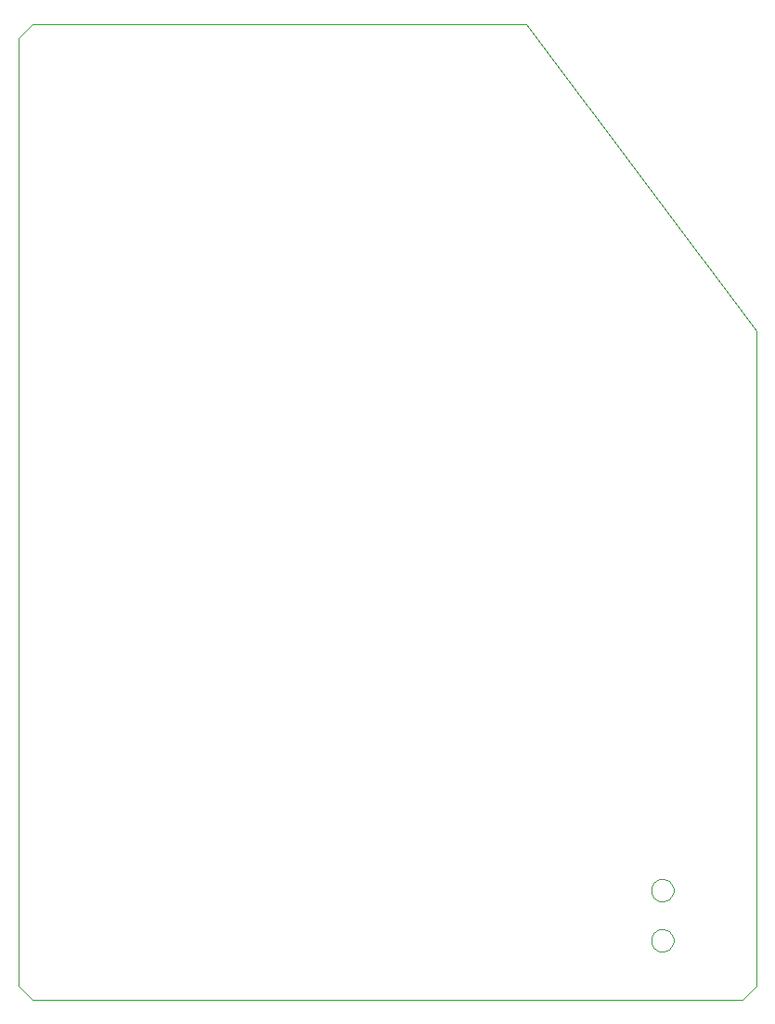
<source format=gbr>
G75*
%MOIN*%
%OFA0B0*%
%FSLAX24Y24*%
%IPPOS*%
%LPD*%
%AMOC8*
5,1,8,0,0,1.08239X$1,22.5*
%
%ADD10C,0.0000*%
D10*
X000100Y000600D02*
X000600Y000100D01*
X026100Y000100D01*
X026600Y000600D01*
X026600Y024100D01*
X018350Y035100D01*
X000600Y035100D01*
X000100Y034600D01*
X000100Y000600D01*
X022825Y002225D02*
X022827Y002265D01*
X022833Y002304D01*
X022843Y002343D01*
X022856Y002380D01*
X022874Y002416D01*
X022895Y002450D01*
X022919Y002482D01*
X022946Y002511D01*
X022976Y002538D01*
X023008Y002561D01*
X023043Y002581D01*
X023079Y002597D01*
X023117Y002610D01*
X023156Y002619D01*
X023195Y002624D01*
X023235Y002625D01*
X023275Y002622D01*
X023314Y002615D01*
X023352Y002604D01*
X023390Y002590D01*
X023425Y002571D01*
X023458Y002550D01*
X023490Y002525D01*
X023518Y002497D01*
X023544Y002467D01*
X023566Y002434D01*
X023585Y002399D01*
X023601Y002362D01*
X023613Y002324D01*
X023621Y002285D01*
X023625Y002245D01*
X023625Y002205D01*
X023621Y002165D01*
X023613Y002126D01*
X023601Y002088D01*
X023585Y002051D01*
X023566Y002016D01*
X023544Y001983D01*
X023518Y001953D01*
X023490Y001925D01*
X023458Y001900D01*
X023425Y001879D01*
X023390Y001860D01*
X023352Y001846D01*
X023314Y001835D01*
X023275Y001828D01*
X023235Y001825D01*
X023195Y001826D01*
X023156Y001831D01*
X023117Y001840D01*
X023079Y001853D01*
X023043Y001869D01*
X023008Y001889D01*
X022976Y001912D01*
X022946Y001939D01*
X022919Y001968D01*
X022895Y002000D01*
X022874Y002034D01*
X022856Y002070D01*
X022843Y002107D01*
X022833Y002146D01*
X022827Y002185D01*
X022825Y002225D01*
X022825Y004025D02*
X022827Y004065D01*
X022833Y004104D01*
X022843Y004143D01*
X022856Y004180D01*
X022874Y004216D01*
X022895Y004250D01*
X022919Y004282D01*
X022946Y004311D01*
X022976Y004338D01*
X023008Y004361D01*
X023043Y004381D01*
X023079Y004397D01*
X023117Y004410D01*
X023156Y004419D01*
X023195Y004424D01*
X023235Y004425D01*
X023275Y004422D01*
X023314Y004415D01*
X023352Y004404D01*
X023390Y004390D01*
X023425Y004371D01*
X023458Y004350D01*
X023490Y004325D01*
X023518Y004297D01*
X023544Y004267D01*
X023566Y004234D01*
X023585Y004199D01*
X023601Y004162D01*
X023613Y004124D01*
X023621Y004085D01*
X023625Y004045D01*
X023625Y004005D01*
X023621Y003965D01*
X023613Y003926D01*
X023601Y003888D01*
X023585Y003851D01*
X023566Y003816D01*
X023544Y003783D01*
X023518Y003753D01*
X023490Y003725D01*
X023458Y003700D01*
X023425Y003679D01*
X023390Y003660D01*
X023352Y003646D01*
X023314Y003635D01*
X023275Y003628D01*
X023235Y003625D01*
X023195Y003626D01*
X023156Y003631D01*
X023117Y003640D01*
X023079Y003653D01*
X023043Y003669D01*
X023008Y003689D01*
X022976Y003712D01*
X022946Y003739D01*
X022919Y003768D01*
X022895Y003800D01*
X022874Y003834D01*
X022856Y003870D01*
X022843Y003907D01*
X022833Y003946D01*
X022827Y003985D01*
X022825Y004025D01*
M02*

</source>
